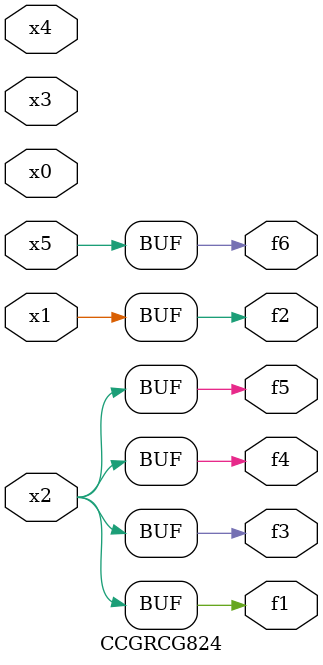
<source format=v>
module CCGRCG824(
	input x0, x1, x2, x3, x4, x5,
	output f1, f2, f3, f4, f5, f6
);
	assign f1 = x2;
	assign f2 = x1;
	assign f3 = x2;
	assign f4 = x2;
	assign f5 = x2;
	assign f6 = x5;
endmodule

</source>
